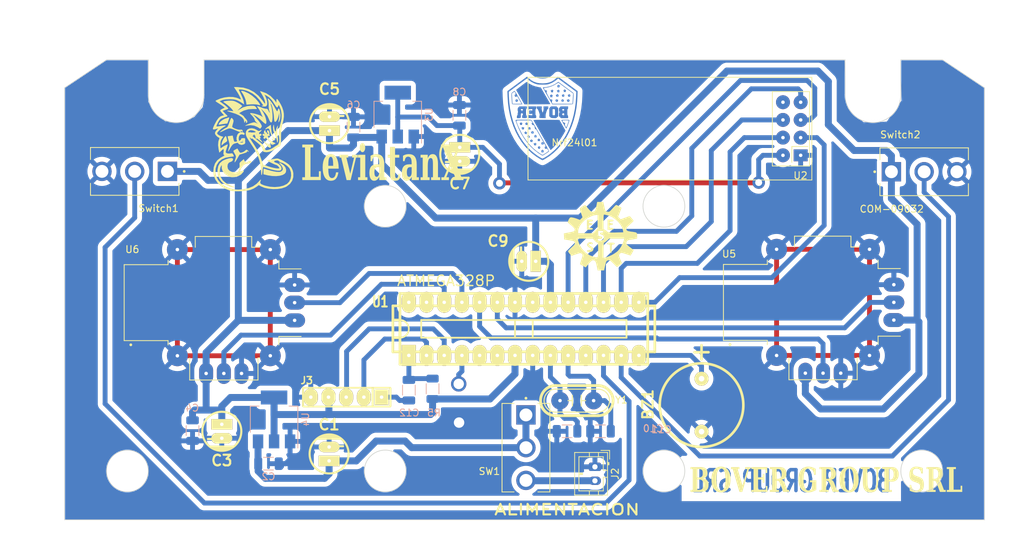
<source format=kicad_pcb>
(kicad_pcb (version 20221018) (generator pcbnew)
  (layers (0 "F.Cu" signal) (31 "B.Cu" signal) (34 "B.Paste" user) (35 "F.Paste" user) (36 "B.SilkS" user "B.Silkscreen") (37 "F.SilkS" user "F.Silkscreen") (38 "B.Mask" user) (39 "F.Mask" user) (44 "Edge.Cuts" user))
  (net 0 "")
  (net 1 "VCC")
  (net 2 "GND")
  (net 3 "+5V")
  (net 4 "+3V3")
  (net 5 "Net-(C10-Pad2)")
  (net 6 "Net-(C11-Pad2)")
  (net 7 "Net-(U1-Reset)")
  (net 8 "/DTR")
  (net 9 "/BAT")
  (net 10 "/RX")
  (net 11 "/TX")
  (net 12 "/LED")
  (net 13 "/BUZZER")
  (net 15 "/CE")
  (net 16 "/CSK")
  (net 17 "/MOSI")
  (net 18 "/MISO")
  (net 19 "/SCK")
  (net 21 "/PotIzqA")
  (net 22 "/PotIzqB")
  (net 23 "/PotDerA")
  (net 24 "/PotDerB")
  (net 30 "/SwIzq")
  (net 31 "/SwDer")
  (footprint "PotStick:XDCR_COM-09032" (layer "F.Cu") (at 113.84 98.84 90)
    (fp_text reference "U6")
    (fp_text value "COM-09032")
  )
  (footprint "LOGO" (layer "F.Cu") (at 118 75.35)
    (fp_text reference "G***")
    (fp_text value "LOGO" hide)
  )
  (footprint "RF_Module:nRF24L01_Breakout" (layer "F.Cu") (at 198.3975 81.3975 180)
    (fp_text reference "U2")
    (fp_text value "Nrf24l01")
  )
  (footprint "EESTN5:CAP_ELEC_5x11mm" (layer "F.Cu") (at 128.95 120.55)
    (fp_text reference "C1")
    (fp_text value "1uF" hide)
  )
  (footprint "EESTN5:DIP_28-300_socket" (layer "F.Cu") (at 156.9 102.6)
    (fp_text reference "U1")
    (fp_text value "ATMEGA328P")
  )
  (footprint "Footprints:SW_100SP3T1B1M2QE" (layer "F.Cu") (at 214.35 80.05)
    (fp_text reference "Switch2")
    (fp_text value "~")
  )
  (footprint "Cristal:XTAL_XT9S20ANA16M" (layer "F.Cu") (at 164.5 112.9 180)
    (fp_text reference "Y1")
    (fp_text value "16KHZ" hide)
  )
  (footprint "Footprints:LOGO_BOVER_B.CU" (layer "F.Cu") (at 159.6 72.4)
    (fp_text reference "G***" hide)
    (fp_text value "LOGO" hide)
  )
  (footprint "Connector_JST:JST_PH_B2B-PH-K_1x02_P2.00mm_Vertical" (layer "F.Cu") (at 167.1 122.4 -90)
    (fp_text reference "J2")
    (fp_text value "ALIMENTACION")
  )
  (footprint "EESTN5:CAP_ELEC_5x11mm" (layer "F.Cu") (at 129 73.15)
    (fp_text reference "C5")
    (fp_text value "1uF" hide)
  )
  (footprint "EESTN5:CAP_ELEC_5x11mm" (layer "F.Cu") (at 113.55 117.3 180)
    (fp_text reference "C3")
    (fp_text value "1uF" hide)
  )
  (footprint "EESTN5:Pin_Header_5" (layer "F.Cu") (at 131.4 112.4 180)
    (fp_text reference "J3")
    (fp_text value "USB 2.0 a UART TTL 6 pines CP2102" hide)
  )
  (footprint "PotStick:XDCR_COM-09032" (layer "F.Cu") (at 199.84 98.8 90)
    (fp_text reference "U5")
    (fp_text value "COM-09032")
  )
  (footprint "EESTN5:CAP_ELEC_5x11mm" (layer "F.Cu") (at 147.7 77.55 180)
    (fp_text reference "C7")
    (fp_text value "1uF" hide)
  )
  (footprint "Footprints:SW_100SP3T1B1M2QE" (layer "F.Cu") (at 157.2 119.65 -90)
    (fp_text reference "SW1")
    (fp_text value "~")
  )
  (footprint "Footprints:SW_100SP3T1B1M2QE" (layer "F.Cu") (at 101.05 80 180)
    (fp_text reference "Switch1")
    (fp_text value "~")
  )
  (footprint "EESTN5:Buzzer_12mm" (layer "F.Cu") (at 182.4 113.55 90)
    (fp_text reference "BZ1")
    (fp_text value "Buzzer" hide)
  )
  (footprint "EESTN5:CAP_ELEC_5x11mm" (layer "F.Cu") (at 157.6 92.9 90)
    (fp_text reference "C9")
    (fp_text value "10uF" hide)
  )
  (footprint "EESTN5:LOGO_EESTN5" (layer "F.Cu") (at 167.90386 89.215334)
    (fp_text reference "G***" hide)
    (fp_text value "LOGO" hide)
  )
  (footprint "Resistor_SMD:R_1206_3216Metric" (layer "B.Cu") (at 143.8 111.2 90)
    (fp_text reference "R5")
    (fp_text value "10K")
  )
  (footprint "Package_TO_SOT_SMD:SOT-223-3_TabPin2" (layer "B.Cu") (at 138.8 71.85 90)
    (fp_text reference "U3")
    (fp_text value "AMS1117-3.3")
  )
  (footprint "Capacitor_SMD:C_1206_3216Metric" (layer "B.Cu") (at 120.25 121.95)
    (fp_text reference "C2")
    (fp_text value "100nF")
  )
  (footprint "Capacitor_SMD:C_1206_3216Metric" (layer "B.Cu") (at 132.45 73.65 90)
    (fp_text reference "C6")
    (fp_text value "100nF")
  )
  (footprint "Capacitor_SMD:C_1206_3216Metric" (layer "B.Cu") (at 147.65 71.95 90)
    (fp_text reference "C8")
    (fp_text value "100nF")
  )
  (footprint "Capacitor_SMD:C_1206_3216Metric" (layer "B.Cu") (at 109.35 117.2 -90)
    (fp_text reference "C4")
    (fp_text value "100nF")
  )
  (footprint "Capacitor_SMD:C_1206_3216Metric" (layer "B.Cu") (at 163.1 117.3)
    (fp_text reference "C10")
    (fp_text value "22pF")
  )
  (footprint "Capacitor_SMD:C_1206_3216Metric" (layer "B.Cu") (at 167.9 117.3)
    (fp_text reference "C11")
    (fp_text value "22pF")
  )
  (footprint "Package_TO_SOT_SMD:SOT-223-3_TabPin2" (layer "B.Cu") (at 121.05 115.6 90)
    (fp_text reference "U4")
    (fp_text value "AMS1117-5.0")
  )
  (footprint "Capacitor_SMD:C_1206_3216Metric" (layer "B.Cu") (at 140.4 111.4 -90)
    (fp_text reference "C12")
    (fp_text value "100nF")
  )
  (gr_line (start 103 69) (end 103 64) (stroke (width 0.1)) (layer "Edge.Cuts"))
  (gr_line (start 223 130) (end 223 68) (stroke (width 0.1)) (layer "Edge.Cuts"))
  (gr_line (start 91 68) (end 91 130) (stroke (width 0.1)) (layer "Edge.Cuts"))
  (gr_circle (center 137 123) (end 137 126) (stroke (width 0.1)) (fill none) (layer "Edge.Cuts"))
  (gr_circle (center 214 123) (end 214 126) (stroke (width 0.1)) (fill none) (layer "Edge.Cuts"))
  (gr_line (start 91 130) (end 223 130) (stroke (width 0.1)) (layer "Edge.Cuts"))
  (gr_line (start 223 68) (end 217 64) (stroke (width 0.1)) (layer "Edge.Cuts"))
  (gr_line (start 217 64) (end 211 64) (stroke (width 0.1)) (layer "Edge.Cuts"))
  (gr_line (start 203 64) (end 111 64) (stroke (width 0.1)) (layer "Edge.Cuts"))
  (gr_line (start 211 69) (end 211 64) (stroke (width 0.1)) (layer "Edge.Cuts"))
  (gr_arc (start 111 69) (mid 107 73) (end 103 69) (stroke (width 0.1)) (layer "Edge.Cuts"))
  (gr_line (start 203 69) (end 203 64) (stroke (width 0.1)) (layer "Edge.Cuts"))
  (gr_circle (center 177 85) (end 177 88) (stroke (width 0.1)) (fill none) (layer "Edge.Cuts"))
  (gr_line (start 103 64) (end 97 64) (stroke (width 0.1)) (layer "Edge.Cuts"))
  (gr_circle (center 100 123) (end 100 126) (stroke (width 0.1)) (fill none) (layer "Edge.Cuts"))
  (gr_line (start 111 69) (end 111 64) (stroke (width 0.1)) (layer "Edge.Cuts"))
  (gr_circle (center 137 85) (end 137 88) (stroke (width 0.1)) (fill none) (layer "Edge.Cuts"))
  (gr_circle (center 177 123) (end 177 126) (stroke (width 0.1)) (fill none) (layer "Edge.Cuts"))
  (gr_line (start 91 68) (end 97 64) (stroke (width 0.1)) (layer "Edge.Cuts"))
  (gr_arc (start 211 69) (mid 207 73) (end 203 69) (stroke (width 0.1)) (layer "Edge.Cuts"))
  (gr_text "BOVER GROUP SRL" (at 180.65 126.6) (layer "F.SilkS") (effects (font (size 3.5 2.5) (thickness 0.5) bold) (justify left bottom)))
  (gr_text "LeviatanX" (at 124.9 82.1) (layer "F.SilkS") (effects (font (size 5 3) (thickness 0.5) bold) (justify left bottom)))
  (segment (start 140.8 119.65) (end 139.85 118.7) (width 1) (layer "B.Cu") (net 1))
  (segment (start 157.2 119.65) (end 140.8 119.65) (width 1) (layer "B.Cu") (net 1))
  (segment (start 118.775 123.025) (end 119.8 124.05) (width 1) (layer "B.Cu") (net 1))
  (segment (start 132.85 121.55) (end 128.95 121.55) (width 1) (layer "B.Cu") (net 1))
  (segment (start 119.8 124.05) (end 128.3 124.05) (width 1) (layer "B.Cu") (net 1))
  (segment (start 135.7 118.7) (end 132.85 121.55) (width 1) (layer "B.Cu") (net 1))
  (segment (start 128.95 123.4) (end 128.95 121.55) (width 1) (layer "B.Cu") (net 1))
  (segment (start 139.85 118.7) (end 135.7 118.7) (width 1) (layer "B.Cu") (net 1))
  (segment (start 157.2 119.65) (end 157.2 114.95) (width 1) (layer "B.Cu") (net 1))
  (segment (start 118.775 121.95) (end 118.775 123.025) (width 1) (layer "B.Cu") (net 1))
  (segment (start 128.3 124.05) (end 128.95 123.4) (width 1) (layer "B.Cu") (net 1))
  (segment (start 118.75 121.925) (end 118.775 121.95) (width 1) (layer "B.Cu") (net 1))
  (segment (start 118.75 118.75) (end 118.75 121.925) (width 1) (layer "B.Cu") (net 1))
  (segment (start 120.5075 106.46) (end 120.5075 91.22) (width 0.7) (layer "F.Cu") (net 2))
  (segment (start 206.5075 91.18) (end 206.5075 106.42) (width 0.7) (layer "F.Cu") (net 2))
  (segment (start 206.5075 91.18) (end 193.1725 91.18) (width 0.7) (layer "F.Cu") (net 2))
  (segment (start 193.1725 106.42) (end 193.1725 91.18) (width 0.7) (layer "F.Cu") (net 2))
  (segment (start 120.5075 91.22) (end 107.1725 91.22) (width 0.7) (layer "F.Cu") (net 2))
  (segment (start 107.1725 91.22) (end 107.1725 106.46) (width 0.7) (layer "F.Cu") (net 2))
  (segment (start 107.1725 106.46) (end 120.5075 106.46) (width 0.7) (layer "F.Cu") (net 2))
  (segment (start 193.1725 106.42) (end 206.5075 106.42) (width 0.7) (layer "F.Cu") (net 2))
  (via (at 147.6 116.05) (size 2.2) (drill 1.5) (layers "F.Cu" "B.Cu") (net 2))
  (segment (start 122.125 122.35) (end 121.725 121.95) (width 0.7) (layer "B.Cu") (net 2))
  (segment (start 210 96.26) (end 210 92.6) (width 0.7) (layer "B.Cu") (net 2))
  (segment (start 122.7 121.95) (end 121.725 121.95) (width 0.7) (layer "B.Cu") (net 2))
  (segment (start 123.35 121.3) (end 122.7 121.95) (width 0.7) (layer "B.Cu") (net 2))
  (segment (start 123.35 118.75) (end 123.35 121.3) (width 0.7) (layer "B.Cu") (net 2))
  (segment (start 113.25 114.25) (end 113.55 114.55) (width 1) (layer "B.Cu") (net 3))
  (segment (start 144.25 86.7) (end 136.5 78.95) (width 1) (layer "B.Cu") (net 3))
  (segment (start 128.82 114.9) (end 121.05 114.9) (width 1) (layer "B.Cu") (net 3))
  (segment (start 111.58 81.28) (end 115.92 81.28) (width 1) (layer "B.Cu") (net 3))
  (segment (start 208.9 77) (end 204.3 77) (width 1) (layer "B.Cu") (net 3))
  (segment (start 119.55 77.65) (end 123.05 74.15) (width 1) (layer "B.Cu") (net 3))
  (segment (start 160.71 98.79) (end 160.71 93.39) (width 1) (layer "B.Cu") (net 3))
  (segment (start 111.2 114.25) (end 113.25 114.25) (width 1) (layer "B.Cu") (net 3))
  (segment (start 128.92 114.8) (end 128.82 114.9) (width 1) (layer "B.Cu") (net 3))
  (segment (start 209.65 83.9) (end 209.65 80.05) (width 1) (layer "B.Cu") (net 3))
  (segment (start 109.65 114.25) (end 109.35 114.55) (width 1) (layer "B.Cu") (net 3))
  (segment (start 136.375 75.125) (end 136.5 75) (width 1) (layer "B.Cu") (net 3))
  (segment (start 209.65 77.75) (end 208.9 77) (width 1) (layer "B.Cu") (net 3))
  (segment (start 132 76.65) (end 132.45 76.2) (width 1) (layer "B.Cu") (net 3))
  (segment (start 113.55 114.55) (end 113.55 113.7) (width 1) (layer "B.Cu") (net 3))
  (segment (start 164.95 86.7) (end 158.6 86.7) (width 1) (layer "B.Cu") (net 3))
  (segment (start 114.8 112.45) (end 121.05 112.45) (width 1) (layer "B.Cu") (net 3))
  (segment (start 111.2 114.25) (end 109.65 114.25) (width 1) (layer "B.Cu") (net 3))
  (segment (start 110.3 80) (end 111.58 81.28) (width 1) (layer "B.Cu") (net 3))
  (segment (start 105.75 80) (end 110.3 80) (width 1) (layer "B.Cu") (net 3))
  (segment (start 160.22 92.9) (end 158.6 92.9) (width 1) (layer "B.Cu") (net 3))
  (segment (start 160.71 93.39) (end 160.22 92.9) (width 1) (layer "B.Cu") (net 3))
  (segment (start 209.65 80.05) (end 209.65 77.75) (width 1) (layer "B.Cu") (net 3))
  (segment (start 111.3 106) (end 115.92 101.38) (width 1) (layer "B.Cu") (net 3))
  (segment (start 197.3 111.9) (end 199.5 114.1) (width 1) (layer "B.Cu") (net 3))
  (segment (start 208.5 114.1) (end 213.6 109) (width 1) (layer "B.Cu") (net 3))
  (segment (start 128.92 114.8) (end 128.92 112.46) (width 1) (layer "B.Cu") (net 3))
  (segment (start 123.05 74.15) (end 129 74.15) (width 1) (layer "B.Cu") (net 3))
  (segment (start 129 74.15) (end 129 76.65) (width 1) (layer "B.Cu") (net 3))
  (segment (start 132.45 75.125) (end 136.375 75.125) (width 1) (layer "B.Cu") (net 3))
  (segment (start 213.34 101.34) (end 210 101.34) (width 1) (layer "B.Cu") (net 3))
  (segment (start 143.5 114.9) (end 129.02 114.9) (width 1) (layer "B.Cu") (net 3))
  (segment (start 115.92 81.28) (end 119.55 77.65) (width 1) (layer "B.Cu") (net 3))
  (segment (start 115.92 101.38) (end 124 101.38) (width 1) (layer "B.Cu") (net 3))
  (segment (start 111.3 114.15) (end 111.3 109) (width 1) (layer "B.Cu") (net 3))
  (segment (start 128.92 112.46) (end 128.86 112.4) (width 1) (layer "B.Cu") (net 3))
  (segment (start 111.2 114.25) (end 111.3 114.15) (width 1) (layer "B.Cu") (net 3))
  (segment (start 199.1 65.6) (end 186.05 65.6) (width 1) (layer "B.Cu") (net 3))
  (segment (start 129 76.65) (end 132 76.65) (width 1) (layer "B.Cu") (net 3))
  (segment (start 132.45 76.2) (end 132.45 75.125) (width 1) (layer "B.Cu") (net 3))
  (segment (start 111.3 109) (end 111.3 106) (width 1) (layer "B.Cu") (net 3))
  (segment (start 200.6 73.3) (end 200.6 67.1) (width 1) (layer "B.Cu") (net 3))
  (segment (start 158.6 92.9) (end 158.6 86.7) (width 1) (layer "B.Cu") (net 3))
  (segment (start 186.05 65.6) (end 164.95 86.7) (width 1) (layer "B.Cu") (net 3))
  (segment (start 129.02 114.9) (end 128.92 114.8) (width 1) (layer "B.Cu") (net 3))
  (segment (start 213.34 87.59) (end 209.65 83.9) (width 1) (layer "B.Cu") (net 3))
  (segment (start 113.55 114.55) (end 113.55 116.3) (width 1) (layer "B.Cu") (net 3))
  (segment (start 197.3 110.7) (end 197.3 111.9) (width 1) (layer "B.Cu") (net 3))
  (segment (start 155.63 109.07) (end 152.0375 112.6625) (width 1) (layer "B.Cu") (net 3))
  (segment (start 158.6 86.7) (end 144.25 86.7) (width 1) (layer "B.Cu") (net 3))
  (segment (start 136.5 78.95) (end 136.5 75) (width 1) (layer "B.Cu") (net 3))
  (segment (start 213.34 101.34) (end 213.34 87.59) (width 1) (layer "B.Cu") (net 3))
  (segment (start 143.8 112.6625) (end 143.8 114.6) (width 1) (layer "B.Cu") (net 3))
  (segment (start 152.0375 112.6625) (end 143.8 112.6625) (width 1) (layer "B.Cu") (net 3))
  (segment (start 213.6 101.6) (end 213.34 101.34) (width 1) (layer "B.Cu") (net 3))
  (segment (start 204.3 77) (end 200.6 73.3) (width 1) (layer "B.Cu") (net 3))
  (segment (start 143.8 114.6) (end 143.5 114.9) (width 1) (layer "B.Cu") (net 3))
  (segment (start 115.92 101.38) (end 115.92 81.28) (width 1) (layer "B.Cu") (net 3))
  (segment (start 155.63 106.41) (end 155.63 109.07) (width 1) (layer "B.Cu") (net 3))
  (segment (start 200.6 67.1) (end 199.1 65.6) (width 1) (layer "B.Cu") (net 3))
  (segment (start 199.5 114.1) (end 208.5 114.1) (width 1) (layer "B.Cu") (net 3))
  (segment (start 121.05 118.75) (end 121.05 112.45) (width 1) (layer "B.Cu") (net 3))
  (segment (start 197.3 108.96) (end 197.3 110.7) (width 1) (layer "B.Cu") (net 3))
  (segment (start 213.6 109) (end 213.6 101.6) (width 1) (layer "B.Cu") (net 3))
  (segment (start 121.05 114.9) (end 121.05 112.45) (width 1) (layer "B.Cu") (net 3))
  (segment (start 113.55 113.7) (end 114.8 112.45) (width 1) (layer "B.Cu") (net 3))
  (segment (start 109.35 114.55) (end 109.35 115.725) (width 1) (layer "B.Cu") (net 3))
  (segment (start 190.552462 81.647538) (end 153.452462 81.647538) (width 0.7) (layer "F.Cu") (net 4))
  (segment (start 153.452462 81.647538) (end 153.4 81.7) (width 0.7) (layer "F.Cu") (net 4))
  (segment (start 190.6 81.6) (end 190.552462 81.647538) (width 0.7) (layer "F.Cu") (net 4))
  (via (at 190.6 81.6) (size 1.8) (drill 1) (layers "F.Cu" "B.Cu") (net 4))
  (via (at 153.4 81.7) (size 1.8) (drill 1) (layers "F.Cu" "B.Cu") (net 4))
  (segment (start 147.7 73.475) (end 147.65 73.425) (width 0.7) (layer "B.Cu") (net 4))
  (segment (start 151 76.55) (end 147.7 76.55) (width 0.7) (layer "B.Cu") (net 4))
  (segment (start 191.2065 77.6935) (end 194.0875 77.6935) (width 0.7) (layer "B.Cu") (net 4))
  (segment (start 153.4 78.95) (end 151 76.55) (width 0.7) (layer "B.Cu") (net 4))
  (segment (start 138.8 75) (end 138.8 72.2) (width 0.7) (layer "B.Cu") (net 4))
  (segment (start 138.8 72.2) (end 138.8 68.7) (width 0.7) (layer "B.Cu") (net 4))
  (segment (start 138.8 72.2) (end 143.2 72.2) (width 0.7) (layer "B.Cu") (net 4))
  (segment (start 153.4 81.7) (end 153.4 78.95) (width 0.7) (layer "B.Cu") (net 4))
  (segment (start 190.6 81.6) (end 190.6 78.3) (width 0.7) (layer "B.Cu") (net 4))
  (segment (start 190.6 78.3) (end 191.2065 77.6935) (width 0.7) (layer "B.Cu") (net 4))
  (segment (start 143.2 72.2) (end 144.425 73.425) (width 0.7) (layer "B.Cu") (net 4))
  (segment (start 144.425 73.425) (end 147.65 73.425) (width 0.7) (layer "B.Cu") (net 4))
  (segment (start 147.7 76.55) (end 147.7 73.475) (width 0.7) (layer "B.Cu") (net 4))
  (segment (start 162.05 112.937) (end 162.087 112.9) (width 0.7) (layer "B.Cu") (net 5))
  (segment (start 164.575 115.925) (end 164.1 115.45) (width 0.7) (layer "B.Cu") (net 5))
  (segment (start 162.087 112.9) (end 162.087 110.887) (width 0.7) (layer "B.Cu") (net 5))
  (segment (start 164.575 117.3) (end 164.575 115.925) (width 0.7) (layer "B.Cu") (net 5))
  (segment (start 164.1 115.45) (end 162.75 115.45) (width 0.7) (layer "B.Cu") (net 5))
  (segment (start 162.087 110.887) (end 160.71 109.51) (width 0.7) (layer "B.Cu") (net 5))
  (segment (start 160.71 109.51) (end 160.71 106.41) (width 0.7) (layer "B.Cu") (net 5))
  (segment (start 162.087 114.787) (end 162.087 112.9) (width 0.7) (layer "B.Cu") (net 5))
  (segment (start 162.75 115.45) (end 162.087 114.787) (width 0.7) (layer "B.Cu") (net 5))
  (segment (start 163.5 109.4) (end 163.25 109.15) (width 0.7) (layer "B.Cu") (net 6))
  (segment (start 168.5 112.9) (end 166.913 112.9) (width 0.7) (layer "B.Cu") (net 6))
  (segment (start 169.375 117.3) (end 169.375 113.775) (width 0.7) (layer "B.Cu") (net 6))
  (segment (start 169.375 113.775) (end 168.5 112.9) (width 0.7) (layer "B.Cu") (net 6))
  (segment (start 163.25 109.15) (end 163.25 106.41) (width 0.7) (layer "B.Cu") (net 6))
  (segment (start 166.913 112.9) (end 166.913 110.013) (width 0.7) (layer "B.Cu") (net 6))
  (segment (start 166.3 109.4) (end 163.5 109.4) (width 0.7) (layer "B.Cu") (net 6))
  (segment (start 166.913 110.013) (end 166.3 109.4) (width 0.7) (layer "B.Cu") (net 6))
  (segment (start 140.4 109.925) (end 140.4 106.42) (width 0.7) (layer "B.Cu") (net 7))
  (segment (start 143.8 109.7375) (end 140.5875 109.7375) (width 0.7) (layer "B.Cu") (net 7))
  (segment (start 140.5875 109.7375) (end 140.4 109.925) (width 0.7) (layer "B.Cu") (net 7))
  (segment (start 140.4 106.42) (end 140.39 106.41) (width 0.7) (layer "B.Cu") (net 7))
  (segment (start 136.48 112.4) (end 138.6 112.4) (width 0.7) (layer "B.Cu") (net 8))
  (segment (start 138.6 112.4) (end 139.075 112.875) (width 0.7) (layer "B.Cu") (net 8))
  (segment (start 139.075 112.875) (end 140.4 112.875) (width 0.7) (layer "B.Cu") (net 8))
  (segment (start 167.1 124.4) (end 157.25 124.4) (width 1) (layer "B.Cu") (net 9))
  (segment (start 157.25 124.4) (end 157.2 124.35) (width 1) (layer "B.Cu") (net 9))
  (segment (start 136.94 104.06) (end 133.94 107.06) (width 0.7) (layer "B.Cu") (net 10))
  (segment (start 133.94 107.06) (end 133.94 112.4) (width 0.7) (layer "B.Cu") (net 10))
  (segment (start 142.93 106.41) (end 142.93 104.53) (width 0.7) (layer "B.Cu") (net 10))
  (segment (start 142.93 104.53) (end 142.46 104.06) (width 0.7) (layer "B.Cu") (net 10))
  (segment (start 142.46 104.06) (end 136.94 104.06) (width 0.7) (layer "B.Cu") (net 10))
  (segment (start 134.7 102.6) (end 131.46 105.84) (width 0.7) (layer "B.Cu") (net 11))
  (segment (start 131.46 105.84) (end 131.46 112.34) (width 0.7) (layer "B.Cu") (net 11))
  (segment (start 143.9 102.6) (end 134.7 102.6) (width 0.7) (layer "B.Cu") (net 11))
  (segment (start 131.46 112.34) (end 131.4 112.4) (width 0.7) (layer "B.Cu") (net 11))
  (segment (start 145.47 104.17) (end 143.9 102.6) (width 0.7) (layer "B.Cu") (net 11))
  (segment (start 145.47 106.41) (end 145.47 104.17) (width 0.7) (layer "B.Cu") (net 11))
  (via (at 147.55 110.5) (size 2.2) (drill 1.5) (layers "F.Cu" "B.Cu") (net 12))
  (segment (start 148.01 108.69) (end 148.01 106.41) (width 0.7) (layer "B.Cu") (net 12))
  (segment (start 147.55 110.5) (end 147.55 109.15) (width 0.7) (layer "B.Cu") (net 12))
  (segment (start 147.55 109.15) (end 148.01 108.69) (width 0.7) (layer "B.Cu") (net 12))
  (segment (start 180.86 106.41) (end 173.41 106.41) (width 0.7) (layer "B.Cu") (net 13))
  (segment (start 182.4 109.75) (end 182.4 107.95) (width 0.7) (layer "B.Cu") (net 13))
  (segment (start 182.4 107.95) (end 180.86 106.41) (width 0.7) (layer "B.Cu") (net 13))
  (segment (start 173.41 98.79) (end 175.71 98.79) (width 0.7) (layer "B.Cu") (net 15))
  (segment (start 200 76.2) (end 198.9535 75.1535) (width 0.7) (layer "B.Cu") (net 15))
  (segment (start 175.71 98.79) (end 179.25 95.25) (width 0.7) (layer "B.Cu") (net 15))
  (segment (start 192.5 95.25) (end 200 87.75) (width 0.7) (layer "B.Cu") (net 15))
  (segment (start 200 87.75) (end 200 76.2) (width 0.7) (layer "B.Cu") (net 15))
  (segment (start 198.9535 75.1535) (end 196.6275 75.1535) (width 0.7) (layer "B.Cu") (net 15))
  (segment (start 179.25 95.25) (end 192.5 95.25) (width 0.7) (layer "B.Cu") (net 15))
  (segment (start 186.5 77.2) (end 188.5465 75.1535) (width 0.7) (layer "B.Cu") (net 16))
  (segment (start 186.5 88.5) (end 186.5 77.2) (width 0.7) (layer "B.Cu") (net 16))
  (segment (start 181.8 93.2) (end 186.5 88.5) (width 0.7) (layer "B.Cu") (net 16))
  (segment (start 170.87 98.79) (end 170.87 93.93) (width 0.7) (layer "B.Cu") (net 16))
  (segment (start 170.87 93.93) (end 171.6 93.2) (width 0.7) (layer "B.Cu") (net 16))
  (segment (start 171.6 93.2) (end 181.8 93.2) (width 0.7) (layer "B.Cu") (net 16))
  (segment (start 188.5465 75.1535) (end 194.0875 75.1535) (width 0.7) (layer "B.Cu") (net 16))
  (segment (start 168.33 93.17) (end 168.33 98.79) (width 0.7) (layer "B.Cu") (net 17))
  (segment (start 180.2 90.8) (end 170.7 90.8) (width 0.7) (layer "B.Cu") (net 17))
  (segment (start 183.8 87.2) (end 180.2 90.8) (width 0.7) (layer "B.Cu") (net 17))
  (segment (start 170.7 90.8) (end 168.33 93.17) (width 0.7) (layer "B.Cu") (net 17))
  (segment (start 188.1865 72.6135) (end 183.8 77) (width 0.7) (layer "B.Cu") (net 17))
  (segment (start 183.8 77) (end 183.8 87.2) (width 0.7) (layer "B.Cu") (net 17))
  (segment (start 194.0875 72.6135) (end 188.1865 72.6135) (width 0.7) (layer "B.Cu") (net 17))
  (segment (start 181 76.7) (end 189.55 68.15) (width 0.7) (layer "B.Cu") (net 18))
  (segment (start 189.55 68.15) (end 196.25 68.15) (width 0.7) (layer "B.Cu") (net 18))
  (segment (start 178.8 88.6) (end 181 86.4) (width 0.7) (layer "B.Cu") (net 18))
  (segment (start 181 86.4) (end 181 76.7) (width 0.7) (layer "B.Cu") (net 18))
  (segment (start 169.85 88.6) (end 178.8 88.6) (width 0.7) (layer "B.Cu") (net 18))
  (segment (start 165.79 92.66) (end 169.85 88.6) (width 0.7) (layer "B.Cu") (net 18))
  (segment (start 196.6275 68.5275) (end 196.6275 70.0735) (width 0.7) (layer "B.Cu") (net 18))
  (segment (start 196.25 68.15) (end 196.6275 68.5275) (width 0.7) (layer "B.Cu") (net 18))
  (segment (start 165.79 98.79) (end 165.79 92.66) (width 0.7) (layer "B.Cu") (net 18))
  (segment (start 163.25 98.79) (end 163.25 91.7) (width 0.7) (layer "B.Cu") (net 19))
  (segment (start 198.65 71.9) (end 197.9365 72.6135) (width 0.7) (layer "B.Cu") (net 19))
  (segment (start 197.9365 72.6135) (end 196.6275 72.6135) (width 0.7) (layer "B.Cu") (net 19))
  (segment (start 163.25 91.7) (end 188 66.95) (width 0.7) (layer "B.Cu") (net 19))
  (segment (start 197.55 66.95) (end 198.65 68.05) (width 0.7) (layer "B.Cu") (net 19))
  (segment (start 188 66.95) (end 197.55 66.95) (width 0.7) (layer "B.Cu") (net 19))
  (segment (start 198.65 68.05) (end 198.65 71.9) (width 0.7) (layer "B.Cu") (net 19))
  (segment (start 148.01 96.01) (end 146.65 94.65) (width 0.7) (layer "B.Cu") (net 21))
  (segment (start 134.7 94.65) (end 130.51 98.84) (width 0.7) (layer "B.Cu") (net 21))
  (segment (start 148.01 98.79) (end 148.01 96.01) (width 0.7) (layer "B.Cu") (net 21))
  (segment (start 146.65 94.65) (end 134.7 94.65) (width 0.7) (layer "B.Cu") (net 21))
  (segment (start 130.51 98.84) (end 124 98.84) (width 0.7) (layer "B.Cu") (net 21))
  (segment (start 129.15 103.5) (end 116.3 103.5) (width 0.7) (layer "B.Cu") (net 22))
  (segment (start 113.84 105.96) (end 113.84 109) (width 0.7) (layer "B.Cu") (net 22))
  (segment (start 145 96.2) (end 136.45 96.2) (width 0.7) (layer "B.Cu") (net 22))
  (segment (start 136.45 96.2) (end 129.15 103.5) (width 0.7) (layer "B.Cu") (net 22))
  (segment (start 116.3 103.5) (end 113.84 105.96) (width 0.7) (layer "B.Cu") (net 22))
  (segment (start 145.47 96.67) (end 145 96.2) (width 0.7) (layer "B.Cu") (net 22))
  (segment (start 145.47 98.79) (end 145.47 96.67) (width 0.7) (layer "B.Cu") (net 22))
  (segment (start 206.6 98.8) (end 210 98.8) (width 0.7) (layer "B.Cu") (net 23))
  (segment (start 153.09 98.79) (end 153.09 101.19) (width 0.7) (layer "B.Cu") (net 23))
  (segment (start 153.09 101.19) (end 154.35 102.45) (width 0.7) (layer "B.Cu") (net 23))
  (segment (start 202.95 102.45) (end 206.6 98.8) (width 0.7) (layer "B.Cu") (net 23))
  (segment (start 154.35 102.45) (end 202.95 102.45) (width 0.7) (layer "B.Cu") (net 23))
  (segment (start 199.16 104.06) (end 176.11 104.06) (width 0.7) (layer "B.Cu") (net 24))
  (segment (start 199.84 108.96) (end 199.84 104.74) (width 0.7) (layer "B.Cu") (net 24))
  (segment (start 150.55 102.25) (end 150.55 98.79) (width 0.7) (layer "B.Cu") (net 24))
  (segment (start 199.84 104.74) (end 199.16 104.06) (width 0.7) (layer "B.Cu") (net 24))
  (segment (start 175.95 103.9) (end 152.2 103.9) (width 0.7) (layer "B.Cu") (net 24))
  (segment (start 176.11 104.06) (end 175.95 103.9) (width 0.7) (layer "B.Cu") (net 24))
  (segment (start 152.2 103.9) (end 150.55 102.25) (width 0.7) (layer "B.Cu") (net 24))
  (segment (start 111.05 127.6) (end 96.8 113.35) (width 0.7) (layer "B.Cu") (net 30))
  (segment (start 101.05 86.65) (end 101.05 80) (width 0.7) (layer "B.Cu") (net 30))
  (segment (start 172 124.3) (end 168.7 127.6) (width 0.7) (layer "B.Cu") (net 30))
  (segment (start 96.8 90.9) (end 101.05 86.65) (width 0.7) (layer "B.Cu") (net 30))
  (segment (start 168.33 109.33) (end 172 113) (width 0.7) (layer "B.Cu") (net 30))
  (segment (start 168.7 127.6) (end 111.05 127.6) (width 0.7) (layer "B.Cu") (net 30))
  (segment (start 168.33 106.41) (end 168.33 109.33) (width 0.7) (layer "B.Cu") (net 30))
  (segment (start 172 113) (end 172 124.3) (width 0.7) (layer "B.Cu") (net 30))
  (segment (start 96.8 113.35) (end 96.8 90.9) (width 0.7) (layer "B.Cu") (net 30))
  (segment (start 170.87 109.57) (end 170.87 106.41) (width 0.7) (layer "B.Cu") (net 31))
  (segment (start 217.85 112.8) (end 209.8 120.85) (width 0.7) (layer "B.Cu") (net 31))
  (segment (start 214.35 83) (end 217.85 86.5) (width 0.7) (layer "B.Cu") (net 31))
  (segment (start 209.8 120.85) (end 182.15 120.85) (width 0.7) (layer "B.Cu") (net 31))
  (segment (start 214.35 80.05) (end 214.35 83) (width 0.7) (layer "B.Cu") (net 31))
  (segment (start 217.85 86.5) (end 217.85 112.8) (width 0.7) (layer "B.Cu") (net 31))
  (segment (start 182.15 120.85) (end 170.87 109.57) (width 0.7) (layer "B.Cu") (net 31))
  (zone (net 2) (net_name "GND") (layer "B.Cu") (connect_pads (clearance 0.7)) (min_thickness 0.4) (fill yes (thermal_gap 0.7) (thermal_bridge_width 0.7) (smoothing fillet))
    (polygon (pts (xy 223 130) (xy 90.8 130) (xy 91 68) (xy 97 64) (xy 103 64) (xy 103 70) (xy 103.55 71.05) (xy 105.4 72.8) (xy 107.9 72.95) (xy 109.6 72.2) (xy 110.8 70.8) (xy 111 69.8) (xy 111 64) (xy 202.95 64) (xy 203.05 69.2) (xy 203.45 71) (xy 205.65 72.95) (xy 207.45 72.95) (xy 209 72.85) (xy 211.1 69.85) (xy 210.95 63.95) (xy 217 64) (xy 223 68)))
  )
)
</source>
